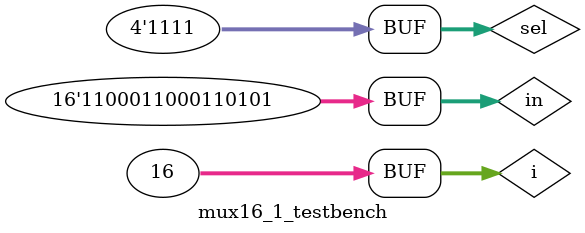
<source format=sv>
`timescale 1ns/10ps

module mux16_1 (
   output logic        out,
   input  logic [15:0] in,
   input  logic  [3:0] sel
);

   logic out0, out1;
   mux8_1 m0 (.out(out0), .in(in[7:0]),  .sel(sel[2:0]));
   mux8_1 m1 (.out(out1), .in(in[15:8]), .sel(sel[2:0]));

   mux2_1 mOut (.out, .i0(out0), .i1(out1), .sel(sel[3]));
endmodule

module mux16_1_testbench ();
   logic        out;
   logic [15:0] in;
   logic  [3:0] sel;

   mux16_1 dut (.out, .in, .sel);

   integer i;
   initial begin
      in = 16'h39CA;
      for (i = 0; i < 16; i++) begin
         sel = i; #10;
         assert(out == in[i]);
      end
      in = ~in;
      for (i = 0; i < 16; i++) begin
         sel = i; #10;
         assert(out == in[i]);
      end
   end
endmodule

</source>
